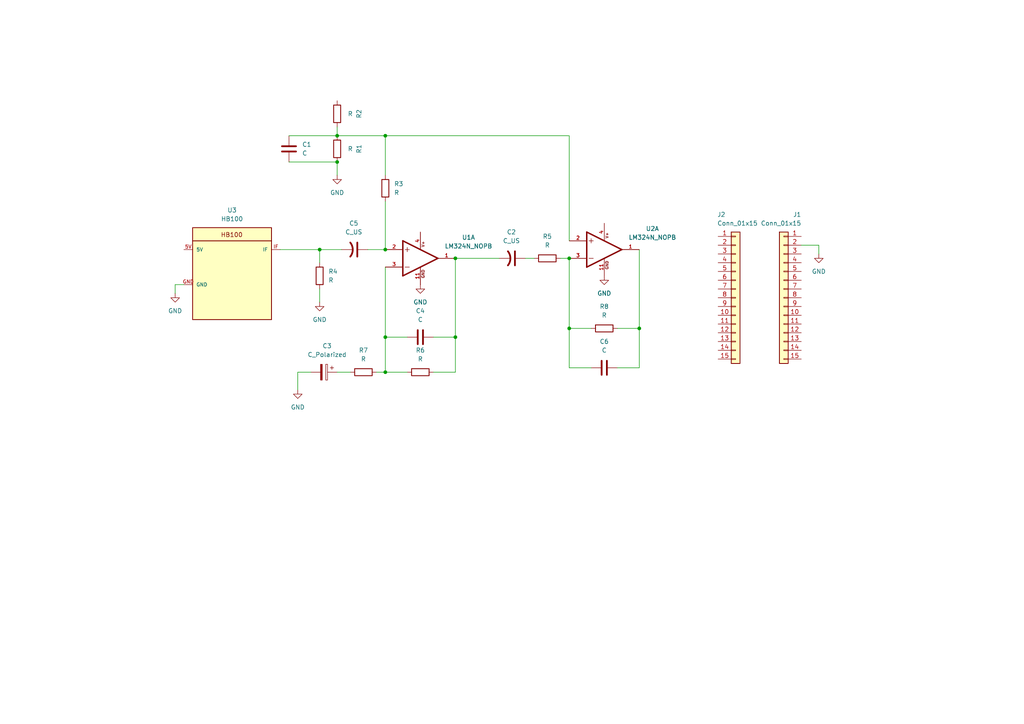
<source format=kicad_sch>
(kicad_sch (version 20250114) (generator "eeschema") (generator_version "9.0")
  (paper "A4")
  (title_block (title "Radar") (date "27.10.2025") (company "Mateusz Witczak"))
  (lib_symbols
    (symbol "Connector_Generic:Conn_01x15" (pin_names (offset 1.016) (hide yes))
      (property "Reference" "J" (at 0 20.32 0))
      (property "Value" "Conn_01x15" (at 0 -20.32 0))
      (symbol "Conn_01x15_1_1"
        (rectangle (start -1.27 19.05) (end 1.27 -19.05) (stroke (width 0.254)) (fill (type background)))
        (rectangle (start -1.27 17.907) (end 0 17.653) (stroke (width 0.1524)))
        (rectangle (start -1.27 15.367) (end 0 15.113) (stroke (width 0.1524)))
        (rectangle (start -1.27 12.827) (end 0 12.573) (stroke (width 0.1524)))
        (rectangle (start -1.27 10.287) (end 0 10.033) (stroke (width 0.1524)))
        (rectangle (start -1.27 7.747) (end 0 7.493) (stroke (width 0.1524)))
        (rectangle (start -1.27 5.207) (end 0 4.953) (stroke (width 0.1524)))
        (rectangle (start -1.27 2.667) (end 0 2.413) (stroke (width 0.1524)))
        (rectangle (start -1.27 0.127) (end 0 -0.127) (stroke (width 0.1524)))
        (rectangle (start -1.27 -2.413) (end 0 -2.667) (stroke (width 0.1524)))
        (rectangle (start -1.27 -4.953) (end 0 -5.207) (stroke (width 0.1524)))
        (rectangle (start -1.27 -7.493) (end 0 -7.747) (stroke (width 0.1524)))
        (rectangle (start -1.27 -10.033) (end 0 -10.287) (stroke (width 0.1524)))
        (rectangle (start -1.27 -12.573) (end 0 -12.827) (stroke (width 0.1524)))
        (rectangle (start -1.27 -15.113) (end 0 -15.367) (stroke (width 0.1524)))
        (rectangle (start -1.27 -17.653) (end 0 -17.907) (stroke (width 0.1524)))
        (pin passive line (at -5.08 17.78 0) (length 3.81) (name "Pin_1") (number "1"))
        (pin passive line (at -5.08 15.24 0) (length 3.81) (name "Pin_2") (number "2"))
        (pin passive line (at -5.08 12.7 0) (length 3.81) (name "Pin_3") (number "3"))
        (pin passive line (at -5.08 10.16 0) (length 3.81) (name "Pin_4") (number "4"))
        (pin passive line (at -5.08 7.62 0) (length 3.81) (name "Pin_5") (number "5"))
        (pin passive line (at -5.08 5.08 0) (length 3.81) (name "Pin_6") (number "6"))
        (pin passive line (at -5.08 2.54 0) (length 3.81) (name "Pin_7") (number "7"))
        (pin passive line (at -5.08 0 0) (length 3.81) (name "Pin_8") (number "8"))
        (pin passive line (at -5.08 -2.54 0) (length 3.81) (name "Pin_9") (number "9"))
        (pin passive line (at -5.08 -5.08 0) (length 3.81) (name "Pin_10") (number "10"))
        (pin passive line (at -5.08 -7.62 0) (length 3.81) (name "Pin_11") (number "11"))
        (pin passive line (at -5.08 -10.16 0) (length 3.81) (name "Pin_12") (number "12"))
        (pin passive line (at -5.08 -12.7 0) (length 3.81) (name "Pin_13") (number "13"))
        (pin passive line (at -5.08 -15.24 0) (length 3.81) (name "Pin_14") (number "14"))
        (pin passive line (at -5.08 -17.78 0) (length 3.81) (name "Pin_15") (number "15"))
      )
    )
    (symbol "Device:C" (pin_numbers (hide yes)) (pin_names (offset 0.254))
      (property "Reference" "C" (at 0.635 2.54 0))
      (property "Value" "C" (at 0.635 -2.54 0))
      (symbol "C_0_1"
        (polyline (pts (xy -2.032 0.762) (xy 2.032 0.762)) (stroke (width 0.508)))
        (polyline (pts (xy -2.032 -0.762) (xy 2.032 -0.762)) (stroke (width 0.508)))
      )
      (symbol "C_1_1"
        (pin passive line (at 0 3.81 270) (length 2.794) (name "~") (number "1"))
        (pin passive line (at 0 -3.81 90) (length 2.794) (name "~") (number "2"))
      )
    )
    (symbol "Device:C_Polarized" (pin_numbers (hide yes)) (pin_names (offset 0.254))
      (property "Reference" "C" (at 0.635 2.54 0))
      (property "Value" "C_Polarized" (at 0.635 -2.54 0))
      (symbol "C_Polarized_0_1"
        (rectangle (start -2.286 0.508) (end 2.286 1.016))
        (polyline (pts (xy -1.778 2.286) (xy -0.762 2.286)))
        (polyline (pts (xy -1.27 2.794) (xy -1.27 1.778)))
        (rectangle (start 2.286 -0.508) (end -2.286 -1.016) (fill (type outline)))
      )
      (symbol "C_Polarized_1_1"
        (pin passive line (at 0 3.81 270) (length 2.794) (name "~") (number "1"))
        (pin passive line (at 0 -3.81 90) (length 2.794) (name "~") (number "2"))
      )
    )
    (symbol "Device:C_US" (pin_numbers (hide yes)) (pin_names (offset 0.254) (hide yes))
      (property "Reference" "C" (at 0.635 2.54 0))
      (property "Value" "C_US" (at 0.635 -2.54 0))
      (symbol "C_US_0_1"
        (polyline (pts (xy -2.032 0.762) (xy 2.032 0.762)) (stroke (width 0.508)))
        (arc (start -2.032 -1.27) (mid 0 -0.5572) (end 2.032 -1.27) (stroke (width 0.508)))
      )
      (symbol "C_US_1_1"
        (pin passive line (at 0 3.81 270) (length 2.794) (name "~") (number "1"))
        (pin passive line (at 0 -3.81 90) (length 3.302) (name "~") (number "2"))
      )
    )
    (symbol "Device:R" (pin_numbers (hide yes)) (pin_names (offset 0))
      (property "Reference" "R" (at 2.032 0 90))
      (property "Value" "R" (at 0 0 90))
      (symbol "R_0_1"
        (rectangle (start -1.016 -2.54) (end 1.016 2.54) (stroke (width 0.254)))
      )
      (symbol "R_1_1"
        (pin passive line (at 0 3.81 270) (length 1.27) (name "~") (number "1"))
        (pin passive line (at 0 -3.81 90) (length 1.27) (name "~") (number "2"))
      )
    )
    (symbol "HB100:HB100" (pin_names (offset 1.016))
      (property "Reference" "U3" (at 1.27 19.05 0))
      (property "Value" "HB100" (at 1.27 16.51 0))
      (symbol "HB100_0_0"
        (polyline (pts (xy -10.16 10.16) (xy 12.7 10.16)) (stroke (width 0.254)))
        (rectangle (start -10.16 -12.7) (end 12.7 13.97) (stroke (width 0.254)) (fill (type background)))
      )
      (symbol "HB100_1_0"
        (pin bidirectional line (at -12.7 7.62 0) (length 2.54) (name "5V") (number "5V"))
        (pin bidirectional line (at -12.7 -2.54 0) (length 2.54) (name "GND") (number "GND"))
        (pin bidirectional line (at 15.24 7.62 180) (length 2.54) (name "IF") (number "IF"))
      )
      (symbol "HB100_1_1"
        (text "HB100" (at -2.032 11.176 0) (effects (font (size 1.27 1.27)) (justify left bottom)))
      )
    )
    (symbol "LM324:LM324N_NOPB" (pin_names (offset 1.016))
      (property "Reference" "U1" (at 13.97 6.0708 0))
      (property "Value" "LM324N_NOPB" (at 13.97 3.5308 0))
      (symbol "LM324N_NOPB_1_0"
        (polyline (pts (xy -5.08 5.08) (xy -5.08 -5.08)) (stroke (width 0.4064)))
        (polyline (pts (xy -5.08 -5.08) (xy 5.08 0)) (stroke (width 0.4064)))
        (polyline (pts (xy -4.445 2.54) (xy -3.175 2.54)) (stroke (width 0.1524)))
        (polyline (pts (xy -4.445 -2.54) (xy -3.175 -2.54)) (stroke (width 0.1524)))
        (polyline (pts (xy -3.81 3.175) (xy -3.81 1.905)) (stroke (width 0.1524)))
        (polyline (pts (xy 5.08 0) (xy -5.08 5.08)) (stroke (width 0.4064)))
        (text "V+" (at 1.27 3.175 900) (effects (font (size 0.8128 0.8128)) (justify left bottom)))
        (text "GND" (at 1.27 -3.175 900) (effects (font (size 0.8128 0.8128)) (justify right bottom)))
        (pin input line (at -10.16 2.54 0) (length 5.08) (name "~") (number "2"))
        (pin input line (at -10.16 -2.54 0) (length 5.08) (name "~") (number "3"))
        (pin power_in line (at 0 7.62 270) (length 5.08) (name "~") (number "4"))
        (pin power_in line (at 0 -7.62 90) (length 5.08) (name "~") (number "11"))
        (pin output line (at 10.16 0 180) (length 5.08) (name "~") (number "1"))
      )
      (symbol "LM324N_NOPB_2_0"
        (polyline (pts (xy -5.08 5.08) (xy -5.08 -5.08)) (stroke (width 0.4064)))
        (polyline (pts (xy -5.08 -5.08) (xy 5.08 0)) (stroke (width 0.4064)))
        (polyline (pts (xy -4.445 2.54) (xy -3.175 2.54)) (stroke (width 0.1524)))
        (polyline (pts (xy -4.445 -2.54) (xy -3.175 -2.54)) (stroke (width 0.1524)))
        (polyline (pts (xy -3.81 -1.905) (xy -3.81 -3.175)) (stroke (width 0.1524)))
        (polyline (pts (xy 5.08 0) (xy -5.08 5.08)) (stroke (width 0.4064)))
        (pin input line (at -10.16 2.54 0) (length 5.08) (name "~") (number "6"))
        (pin input line (at -10.16 -2.54 0) (length 5.08) (name "~") (number "5"))
        (pin output line (at 10.16 0 180) (length 5.08) (name "~") (number "7"))
      )
      (symbol "LM324N_NOPB_3_0"
        (polyline (pts (xy -5.08 5.08) (xy -5.08 -5.08)) (stroke (width 0.4064)))
        (polyline (pts (xy -5.08 -5.08) (xy 5.08 0)) (stroke (width 0.4064)))
        (polyline (pts (xy -4.445 2.54) (xy -3.175 2.54)) (stroke (width 0.1524)))
        (polyline (pts (xy -4.445 -2.54) (xy -3.175 -2.54)) (stroke (width 0.1524)))
        (polyline (pts (xy -3.81 -1.905) (xy -3.81 -3.175)) (stroke (width 0.1524)))
        (polyline (pts (xy 5.08 0) (xy -5.08 5.08)) (stroke (width 0.4064)))
        (pin input line (at -10.16 2.54 0) (length 5.08) (name "~") (number "9"))
        (pin input line (at -10.16 -2.54 0) (length 5.08) (name "~") (number "10"))
        (pin output line (at 10.16 0 180) (length 5.08) (name "~") (number "8"))
      )
      (symbol "LM324N_NOPB_4_0"
        (polyline (pts (xy -5.08 5.08) (xy -5.08 -5.08)) (stroke (width 0.4064)))
        (polyline (pts (xy -5.08 -5.08) (xy 5.08 0)) (stroke (width 0.4064)))
        (polyline (pts (xy -4.445 2.54) (xy -3.175 2.54)) (stroke (width 0.1524)))
        (polyline (pts (xy -4.445 -2.54) (xy -3.175 -2.54)) (stroke (width 0.1524)))
        (polyline (pts (xy -3.81 -1.905) (xy -3.81 -3.175)) (stroke (width 0.1524)))
        (polyline (pts (xy 5.08 0) (xy -5.08 5.08)) (stroke (width 0.4064)))
        (pin input line (at -10.16 2.54 0) (length 5.08) (name "~") (number "13"))
        (pin input line (at -10.16 -2.54 0) (length 5.08) (name "~") (number "12"))
        (pin output line (at 10.16 0 180) (length 5.08) (name "~") (number "14"))
      )
    )
    (symbol "power:GND" (power) (pin_numbers (hide yes)) (pin_names (offset 0) (hide yes))
      (property "Value" "GND" (at 0 -3.81 0))
      (symbol "GND_0_1"
        (polyline (pts (xy 0 0) (xy 0 -1.27) (xy 1.27 -1.27) (xy 0 -2.54) (xy -1.27 -1.27) (xy 0 -1.27)))
      )
      (symbol "GND_1_1"
        (pin power_in line (at 0 0 270) (length 0) (name "~") (number "1"))
      )
    )
  )
  (junction (at 111.76 97.79))
  (junction (at 111.76 107.95))
  (junction (at 165.1 95.25))
  (junction (at 111.76 39.37))
  (junction (at 132.08 74.93))
  (junction (at 165.1 74.93))
  (junction (at 132.08 97.79))
  (junction (at 97.79 39.37))
  (junction (at 185.42 95.25))
  (junction (at 97.79 46.99))
  (junction (at 111.76 72.39))
  (junction (at 92.71 72.39))
  (wire (pts (xy 50.8 82.55) (xy 53.34 82.55)))
  (wire (pts (xy 92.71 72.39) (xy 99.06 72.39)))
  (wire (pts (xy 83.82 39.37) (xy 97.79 39.37)))
  (wire (pts (xy 97.79 36.83) (xy 97.79 39.37)))
  (wire (pts (xy 165.1 106.68) (xy 165.1 95.25)))
  (wire (pts (xy 92.71 76.2) (xy 92.71 72.39)))
  (wire (pts (xy 232.41 71.12) (xy 237.49 71.12)))
  (wire (pts (xy 171.45 95.25) (xy 165.1 95.25)))
  (wire (pts (xy 97.79 46.99) (xy 97.79 50.8)))
  (wire (pts (xy 92.71 83.82) (xy 92.71 87.63)))
  (wire (pts (xy 97.79 39.37) (xy 111.76 39.37)))
  (wire (pts (xy 86.36 113.03) (xy 86.36 107.95)))
  (wire (pts (xy 132.08 97.79) (xy 132.08 74.93)))
  (wire (pts (xy 185.42 95.25) (xy 185.42 72.39)))
  (wire (pts (xy 237.49 71.12) (xy 237.49 73.66)))
  (wire (pts (xy 50.8 85.09) (xy 50.8 82.55)))
  (wire (pts (xy 81.28 72.39) (xy 92.71 72.39)))
  (wire (pts (xy 111.76 58.42) (xy 111.76 72.39)))
  (wire (pts (xy 86.36 107.95) (xy 90.17 107.95)))
  (wire (pts (xy 83.82 46.99) (xy 97.79 46.99)))
  (wire (pts (xy 171.45 106.68) (xy 165.1 106.68)))
  (wire (pts (xy 97.79 107.95) (xy 101.6 107.95)))
  (wire (pts (xy 179.07 106.68) (xy 185.42 106.68)))
  (wire (pts (xy 162.56 74.93) (xy 165.1 74.93)))
  (wire (pts (xy 179.07 95.25) (xy 185.42 95.25)))
  (wire (pts (xy 111.76 77.47) (xy 111.76 97.79)))
  (wire (pts (xy 118.11 97.79) (xy 111.76 97.79)))
  (wire (pts (xy 152.4 74.93) (xy 154.94 74.93)))
  (wire (pts (xy 165.1 39.37) (xy 111.76 39.37)))
  (wire (pts (xy 106.68 72.39) (xy 111.76 72.39)))
  (wire (pts (xy 118.11 107.95) (xy 111.76 107.95)))
  (wire (pts (xy 132.08 107.95) (xy 132.08 97.79)))
  (wire (pts (xy 165.1 69.85) (xy 165.1 39.37)))
  (wire (pts (xy 125.73 107.95) (xy 132.08 107.95)))
  (wire (pts (xy 132.08 74.93) (xy 144.78 74.93)))
  (wire (pts (xy 111.76 39.37) (xy 111.76 50.8)))
  (wire (pts (xy 185.42 106.68) (xy 185.42 95.25)))
  (wire (pts (xy 165.1 74.93) (xy 165.1 95.25)))
  (wire (pts (xy 111.76 107.95) (xy 111.76 97.79)))
  (wire (pts (xy 125.73 97.79) (xy 132.08 97.79)))
  (wire (pts (xy 109.22 107.95) (xy 111.76 107.95)))
  (symbol (lib_id "Device:C_US") (at 102.87 72.39 270) (unit 1)
    (property "Reference" "C5" (at 102.616 64.77 90))
    (property "Value" "C_US" (at 102.616 67.31 90))
    (property "Description" "capacitor, US symbol" (effects (hide yes)))
  )
  (symbol (lib_id "Device:R") (at 121.92 107.95 90) (unit 1)
    (property "Reference" "R6" (at 121.92 101.6 90))
    (property "Value" "R" (at 121.92 104.14 90))
    (property "Description" "Resistor" (effects (hide yes)))
  )
  (symbol (lib_id "LM324:LM324N_NOPB") (at 175.26 72.39 0) (unit 1)
    (property "Reference" "U2" (at 189.23 66.3192 0))
    (property "Value" "LM324N_NOPB" (at 189.23 68.8592 0))
    (property "Footprint" "LM324N_NOPB:DIP825W47P254L1917H533Q14" (effects (hide yes)))
    (property "PARTREV" "D" (effects (hide yes)))
    (property "STANDARD" "IPC-7351B" (effects (hide yes)))
    (property "MAXIMUM_PACKAGE_HEIGHT" "5.08mm" (effects (hide yes)))
    (property "MANUFACTURER" "Texas Instruments" (effects (hide yes)))
  )
  (symbol (lib_id "Device:R") (at 105.41 107.95 90) (unit 1)
    (property "Reference" "R7" (at 105.41 101.6 90))
    (property "Value" "R" (at 105.41 104.14 90))
    (property "Description" "Resistor" (effects (hide yes)))
  )
  (symbol (lib_id "Device:R") (at 97.79 33.02 0) (unit 1)
    (property "Reference" "R2" (at 104.14 33.02 90))
    (property "Value" "R" (at 101.6 33.02 0))
    (property "Description" "Resistor" (effects (hide yes)))
  )
  (symbol (lib_id "power:GND") (at 97.79 50.8 0) (unit 1)
    (property "Reference" "#PWR01" (effects (hide yes)))
    (property "Value" "GND" (at 97.79 55.88 0))
    (property "Description" "Power symbol creates a global label with name \"GND\" , ground" (effects (hide yes)))
  )
  (symbol (lib_id "Device:C") (at 121.92 97.79 90) (unit 1)
    (property "Reference" "C4" (at 121.92 90.17 90))
    (property "Value" "C" (at 121.92 92.71 90))
    (property "Description" "Unpolarized capacitor" (effects (hide yes)))
  )
  (symbol (lib_id "Connector_Generic:Conn_01x15") (at 227.33 86.36 0) (mirror y) (unit 1)
    (property "Reference" "J1" (at 232.41 62.23 0) (effects (justify left)))
    (property "Value" "Conn_01x15" (at 232.41 64.77 0) (effects (justify left)))
    (property "Description" "Generic connector, single row, 01x15, script generated (kicad-library-utils/schlib/autogen/connector/)" (effects (hide yes)))
  )
  (symbol (lib_id "power:GND") (at 86.36 113.03 0) (unit 1)
    (property "Reference" "#PWR04" (effects (hide yes)))
    (property "Value" "GND" (at 86.36 118.11 0))
    (property "Description" "Power symbol creates a global label with name \"GND\" , ground" (effects (hide yes)))
  )
  (symbol (lib_id "Device:C_Polarized") (at 93.98 107.95 270) (unit 1)
    (property "Reference" "C3" (at 94.869 100.33 90))
    (property "Value" "C_Polarized" (at 94.869 102.87 90))
    (property "Description" "Polarized capacitor" (effects (hide yes)))
  )
  (symbol (lib_id "power:GND") (at 50.8 85.09 0) (unit 1)
    (property "Reference" "#PWR07" (effects (hide yes)))
    (property "Value" "GND" (at 50.8 90.17 0))
    (property "Description" "Power symbol creates a global label with name \"GND\" , ground" (effects (hide yes)))
  )
  (symbol (lib_id "HB100:HB100") (at 66.04 80.01 0) (unit 1)
    (property "Reference" "U3" (at 67.31 60.96 0))
    (property "Value" "HB100" (at 67.31 63.5 0))
    (property "Footprint" "HB100:HB100" (effects (hide yes)))
    (property "MF" "Agilsense" (effects (hide yes)))
    (property "Description_1" "DC DC CONVERTER 12V 100W" (effects (hide yes)))
    (property "Package" "Package" (effects (hide yes)))
    (property "Price" "None" (effects (hide yes)))
    (property "SnapEDA_Link" "https://www.snapeda.com/parts/HB100/Agilsense/view-part/?ref=snap" (effects (hide yes)))
    (property "MP" "HB100" (effects (hide yes)))
    (property "Availability" "Not in stock" (effects (hide yes)))
    (property "Check_prices" "https://www.snapeda.com/parts/HB100/Agilsense/view-part/?ref=eda" (effects (hide yes)))
  )
  (symbol (lib_id "Device:R") (at 158.75 74.93 90) (unit 1)
    (property "Reference" "R5" (at 158.75 68.58 90))
    (property "Value" "R" (at 158.75 71.12 90))
    (property "Description" "Resistor" (effects (hide yes)))
  )
  (symbol (lib_id "power:GND") (at 237.49 73.66 0) (unit 1)
    (property "Reference" "#PWR06" (effects (hide yes)))
    (property "Value" "GND" (at 237.49 78.74 0))
    (property "Description" "Power symbol creates a global label with name \"GND\" , ground" (effects (hide yes)))
  )
  (symbol (lib_id "Device:R") (at 175.26 95.25 90) (unit 1)
    (property "Reference" "R8" (at 175.26 88.9 90))
    (property "Value" "R" (at 175.26 91.44 90))
    (property "Description" "Resistor" (effects (hide yes)))
  )
  (symbol (lib_id "Device:R") (at 97.79 43.18 0) (unit 1)
    (property "Reference" "R1" (at 104.14 43.18 90))
    (property "Value" "R" (at 101.6 43.18 0))
    (property "Description" "Resistor" (effects (hide yes)))
  )
  (symbol (lib_id "Device:R") (at 92.71 80.01 0) (unit 1)
    (property "Reference" "R4" (at 95.25 78.7399 0) (effects (justify left)))
    (property "Value" "R" (at 95.25 81.2799 0) (effects (justify left)))
    (property "Description" "Resistor" (effects (hide yes)))
  )
  (symbol (lib_id "Device:C_US") (at 148.59 74.93 270) (unit 1)
    (property "Reference" "C2" (at 148.336 67.31 90))
    (property "Value" "C_US" (at 148.336 69.85 90))
    (property "Description" "capacitor, US symbol" (effects (hide yes)))
  )
  (symbol (lib_id "LM324:LM324N_NOPB") (at 121.92 74.93 0) (unit 1)
    (property "Reference" "U1" (at 135.89 68.8592 0))
    (property "Value" "LM324N_NOPB" (at 135.89 71.3992 0))
    (property "Footprint" "LM324N_NOPB:DIP825W47P254L1917H533Q14" (effects (hide yes)))
    (property "PARTREV" "D" (effects (hide yes)))
    (property "STANDARD" "IPC-7351B" (effects (hide yes)))
    (property "MAXIMUM_PACKAGE_HEIGHT" "5.08mm" (effects (hide yes)))
    (property "MANUFACTURER" "Texas Instruments" (effects (hide yes)))
  )
  (symbol (lib_id "Device:C") (at 175.26 106.68 90) (unit 1)
    (property "Reference" "C6" (at 175.26 99.06 90))
    (property "Value" "C" (at 175.26 101.6 90))
    (property "Description" "Unpolarized capacitor" (effects (hide yes)))
  )
  (symbol (lib_id "power:GND") (at 175.26 80.01 0) (unit 1)
    (property "Reference" "#PWR05" (effects (hide yes)))
    (property "Value" "GND" (at 175.26 85.09 0))
    (property "Description" "Power symbol creates a global label with name \"GND\" , ground" (effects (hide yes)))
  )
  (symbol (lib_id "power:GND") (at 92.71 87.63 0) (unit 1)
    (property "Reference" "#PWR02" (effects (hide yes)))
    (property "Value" "GND" (at 92.71 92.71 0))
    (property "Description" "Power symbol creates a global label with name \"GND\" , ground" (effects (hide yes)))
  )
  (symbol (lib_id "Device:R") (at 111.76 54.61 0) (unit 1)
    (property "Reference" "R3" (at 114.3 53.3399 0) (effects (justify left)))
    (property "Value" "R" (at 114.3 55.8799 0) (effects (justify left)))
    (property "Description" "Resistor" (effects (hide yes)))
  )
  (symbol (lib_id "Device:C") (at 83.82 43.18 0) (unit 1)
    (property "Reference" "C1" (at 87.63 41.9099 0) (effects (justify left)))
    (property "Value" "C" (at 87.63 44.4499 0) (effects (justify left)))
    (property "Description" "Unpolarized capacitor" (effects (hide yes)))
  )
  (symbol (lib_id "Connector_Generic:Conn_01x15") (at 213.36 86.36 0) (unit 1)
    (property "Reference" "J2" (at 208.026 62.23 0) (effects (justify left)))
    (property "Value" "Conn_01x15" (at 208.026 64.77 0) (effects (justify left)))
    (property "Description" "Generic connector, single row, 01x15, script generated (kicad-library-utils/schlib/autogen/connector/)" (effects (hide yes)))
  )
  (symbol (lib_id "power:GND") (at 121.92 82.55 0) (unit 1)
    (property "Reference" "#PWR03" (effects (hide yes)))
    (property "Value" "GND" (at 121.92 87.63 0))
    (property "Description" "Power symbol creates a global label with name \"GND\" , ground" (effects (hide yes)))
  )
)
</source>
